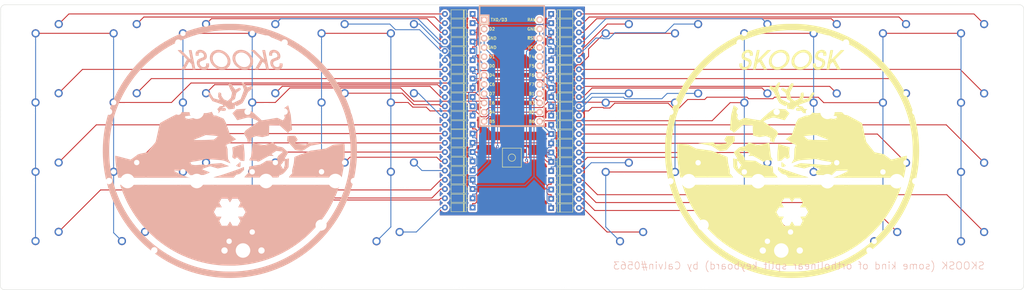
<source format=kicad_pcb>
(kicad_pcb (version 20211014) (generator pcbnew)
  (layers (0 "F.Cu" signal) (31 "B.Cu" signal) (34 "B.Paste" user) (35 "F.Paste" user) (36 "B.SilkS" user "B.Silkscreen") (37 "F.SilkS" user "F.Silkscreen") (38 "B.Mask" user) (39 "F.Mask" user) (44 "Edge.Cuts" user))
  (net 0 "")
  (net 1 "COL0")
  (net 2 "ROW0")
  (net 3 "Net-(D1-Pad2)")
  (net 4 "COL1")
  (net 5 "ROW1")
  (net 6 "Net-(D2-Pad2)")
  (net 7 "COL2")
  (net 8 "Net-(D3-Pad2)")
  (net 9 "Net-(D4-Pad2)")
  (net 10 "COL3")
  (net 11 "Net-(D5-Pad2)")
  (net 12 "Net-(D6-Pad2)")
  (net 13 "COL4")
  (net 14 "Net-(D7-Pad2)")
  (net 15 "Net-(D8-Pad2)")
  (net 16 "COL5")
  (net 17 "Net-(D9-Pad2)")
  (net 18 "Net-(D10-Pad2)")
  (net 19 "Net-(D11-Pad2)")
  (net 20 "Net-(D12-Pad2)")
  (net 21 "Net-(D13-Pad2)")
  (net 22 "Net-(D14-Pad2)")
  (net 23 "Net-(D15-Pad2)")
  (net 24 "Net-(D16-Pad2)")
  (net 25 "Net-(D17-Pad2)")
  (net 26 "Net-(D18-Pad2)")
  (net 27 "Net-(D19-Pad2)")
  (net 28 "Net-(D20-Pad2)")
  (net 29 "Net-(D21-Pad2)")
  (net 30 "Net-(D22-Pad2)")
  (net 31 "Net-(D23-Pad2)")
  (net 32 "Net-(D24-Pad2)")
  (net 33 "Net-(D25-Pad2)")
  (net 34 "Net-(D26-Pad2)")
  (net 35 "Net-(D27-Pad2)")
  (net 36 "Net-(D28-Pad2)")
  (net 37 "Net-(D29-Pad2)")
  (net 38 "Net-(D30-Pad2)")
  (net 39 "Net-(D31-Pad2)")
  (net 40 "Net-(D32-Pad2)")
  (net 41 "Net-(D33-Pad2)")
  (net 42 "Net-(D34-Pad2)")
  (net 43 "Net-(D35-Pad2)")
  (net 44 "Net-(D36-Pad2)")
  (net 45 "Net-(D37-Pad2)")
  (net 46 "Net-(D38-Pad2)")
  (net 47 "Net-(D39-Pad2)")
  (net 48 "Net-(D40-Pad2)")
  (net 49 "Net-(D41-Pad2)")
  (net 50 "Net-(D42-Pad2)")
  (net 51 "Net-(D43-Pad2)")
  (net 52 "Net-(D44-Pad2)")
  (net 53 "ROW2")
  (net 54 "ROW3")
  (net 55 "ROW4")
  (net 56 "ROW5")
  (net 57 "ROW6")
  (net 58 "ROW7")
  (net 59 "GND")
  (net 60 "Net-(SW1-Pad1)")
  (footprint "Diode_THT:D_DO-35_SOD27_P7.62mm_Horizontal" (layer "F.Cu") (at 128.27 51.562 180)
    (fp_text reference "D28" hide)
    (fp_text value "D_Small")
  )
  (footprint "MX_Only:MXOnly-1U-NoLED" (layer "F.Cu") (at 109.601 59.5122)
    (fp_text reference "MX30")
    (fp_text value "MX-NoLED")
  )
  (footprint "Keebio-Parts:ArduinoProMicro" (layer "F.Cu") (at 139.065 29.1647 -90)
    (fp_text reference "U1" hide)
    (fp_text value "ProMicro" hide)
  )
  (footprint "MX_Only:MXOnly-1U-NoLED" (layer "F.Cu") (at 71.501 40.4622)
    (fp_text reference "MX16")
    (fp_text value "MX-NoLED")
  )
  (footprint "Diode_THT:D_DO-35_SOD27_P7.62mm_Horizontal" (layer "F.Cu") (at 128.27 18.669 180)
    (fp_text reference "D3" hide)
    (fp_text value "D_Small")
  )
  (footprint "MX_Only:MXOnly-1U-NoLED" (layer "F.Cu") (at 33.401 40.4622)
    (fp_text reference "MX14")
    (fp_text value "MX-NoLED")
  )
  (footprint "MX_Only:MXOnly-1.25U-NoLED" (layer "F.Cu") (at 266.319 78.613)
    (fp_text reference "MX44")
    (fp_text value "MX-NoLED")
  )
  (footprint "MX_Only:MXOnly-1U-NoLED" (layer "F.Cu") (at 71.501 59.5122)
    (fp_text reference "MX28")
    (fp_text value "MX-NoLED")
  )
  (footprint "Diode_THT:D_DO-35_SOD27_P7.62mm_Horizontal" (layer "F.Cu") (at 128.27 31.369 180)
    (fp_text reference "D14" hide)
    (fp_text value "D_Small")
  )
  (footprint "Diode_THT:D_DO-35_SOD27_P7.62mm_Horizontal" (layer "F.Cu") (at 149.86 61.849)
    (fp_text reference "D43" hide)
    (fp_text value "D_Small")
  )
  (footprint "MX_Only:MXOnly-3U-NoLED" (layer "F.Cu") (at 172.593 78.613)
    (fp_text reference "MX41")
    (fp_text value "MX-NoLED")
  )
  (footprint "Diode_THT:D_DO-35_SOD27_P7.62mm_Horizontal" (layer "F.Cu") (at 128.27 16.129 180)
    (fp_text reference "D2" hide)
    (fp_text value "D_Small")
  )
  (footprint "Diode_THT:D_DO-35_SOD27_P7.62mm_Horizontal" (layer "F.Cu") (at 149.86 31.369)
    (fp_text reference "D23" hide)
    (fp_text value "D_Small")
  )
  (footprint "MX_Only:MXOnly-1U-NoLED" (layer "F.Cu") (at 244.856 59.563)
    (fp_text reference "MX35")
    (fp_text value "MX-NoLED")
  )
  (footprint "MX_Only:MXOnly-1.25U-NoLED" (layer "F.Cu") (at 266.319 40.513)
    (fp_text reference "MX24")
    (fp_text value "MX-NoLED")
  )
  (footprint "MX_Only:MXOnly-1.25U-NoLED" (layer "F.Cu") (at 242.443 78.613)
    (fp_text reference "MX43")
    (fp_text value "MX-NoLED")
  )
  (footprint "Diode_THT:D_DO-35_SOD27_P7.62mm_Horizontal" (layer "F.Cu") (at 128.27 26.289 180)
    (fp_text reference "D6" hide)
    (fp_text value "D_Small")
  )
  (footprint "MX_Only:MXOnly-1U-NoLED" (layer "F.Cu") (at 33.401 59.5122)
    (fp_text reference "MX26")
    (fp_text value "MX-NoLED")
  )
  (footprint "Diode_THT:D_DO-35_SOD27_P7.62mm_Horizontal" (layer "F.Cu") (at 149.86 49.149)
    (fp_text reference "D34" hide)
    (fp_text value "D_Small")
  )
  (footprint "MX_Only:MXOnly-1U-NoLED" (layer "F.Cu") (at 168.656 21.463)
    (fp_text reference "MX7")
    (fp_text value "MX-NoLED")
  )
  (footprint "random-keyboard-parts:SKQG-1155865" (layer "F.Cu") (at 139.065 53.086)
    (fp_text reference "SW1" hide)
    (fp_text value "SW_Push")
  )
  (footprint "MX_Only:MXOnly-1U-NoLED" (layer "F.Cu") (at 90.551 21.463)
    (fp_text reference "MX5")
    (fp_text value "MX-NoLED")
  )
  (footprint "Diode_THT:D_DO-35_SOD27_P7.62mm_Horizontal" (layer "F.Cu") (at 128.27 23.749 180)
    (fp_text reference "D5" hide)
    (fp_text value "D_Small")
  )
  (footprint "MX_Only:MXOnly-1U-NoLED" (layer "F.Cu") (at 52.451 40.4622)
    (fp_text reference "MX15")
    (fp_text value "MX-NoLED")
  )
  (footprint "Diode_THT:D_DO-35_SOD27_P7.62mm_Horizontal" (layer "F.Cu") (at 128.27 66.802 180)
    (fp_text reference "D40" hide)
    (fp_text value "D_Small")
  )
  (footprint "Diode_THT:D_DO-35_SOD27_P7.62mm_Horizontal" (layer "F.Cu") (at 128.27 21.209 180)
    (fp_text reference "D4" hide)
    (fp_text value "D_Small")
  )
  (footprint "Diode_THT:D_DO-35_SOD27_P7.62mm_Horizontal" (layer "F.Cu") (at 149.86 28.829)
    (fp_text reference "D24" hide)
    (fp_text value "D_Small")
  )
  (footprint "MX_Only:MXOnly-1U-NoLED" (layer "F.Cu") (at 109.601 40.4622)
    (fp_text reference "MX18")
    (fp_text value "MX-NoLED")
  )
  (footprint "MX_Only:MXOnly-1U-NoLED" (layer "F.Cu") (at 206.756 40.513)
    (fp_text reference "MX21")
    (fp_text value "MX-NoLED")
  )
  (footprint "Diode_THT:D_DO-35_SOD27_P7.62mm_Horizontal" (layer "F.Cu") (at 128.27 64.262 180)
    (fp_text reference "D39" hide)
    (fp_text value "D_Small")
  )
  (footprint "MX_Only:MXOnly-1U-NoLED" (layer "F.Cu") (at 244.856 21.463)
    (fp_text reference "MX11")
    (fp_text value "MX-NoLED")
  )
  (footprint "Diode_THT:D_DO-35_SOD27_P7.62mm_Horizontal" (layer "F.Cu") (at 128.27 49.022 180)
    (fp_text reference "D27" hide)
    (fp_text value "D_Small")
  )
  (footprint "Diode_THT:D_DO-35_SOD27_P7.62mm_Horizontal" (layer "F.Cu") (at 128.27 56.642 180)
    (fp_text reference "D30" hide)
    (fp_text value "D_Small")
  )
  (footprint "Diode_THT:D_DO-35_SOD27_P7.62mm_Horizontal" (layer "F.Cu") (at 149.86 33.909)
    (fp_text reference "D22" hide)
    (fp_text value "D_Small")
  )
  (footprint "Diode_THT:D_DO-35_SOD27_P7.62mm_Horizontal" (layer "F.Cu") (at 128.27 41.529 180)
    (fp_text reference "D18" hide)
    (fp_text value "D_Small")
  )
  (footprint "LOGO" (layer "F.Cu") (at 216.154 51.308)
    (fp_text reference "Gfront" hide)
    (fp_text value "LOGO" hide)
  )
  (footprint "MX_Only:MXOnly-3U-NoLED" (layer "F.Cu") (at 105.664 78.613)
    (fp_text reference "MX40")
    (fp_text value "MX-NoLED")
  )
  (footprint "Diode_THT:D_DO-35_SOD27_P7.62mm_Horizontal" (layer "F.Cu") (at 149.86 36.449)
    (fp_text reference "D21" hide)
    (fp_text value "D_Small")
  )
  (footprint "Diode_THT:D_DO-35_SOD27_P7.62mm_Horizontal" (layer "F.Cu") (at 149.86 44.069)
    (fp_text reference "D36" hide)
    (fp_text value "D_Small")
  )
  (footprint "MX_Only:MXOnly-1U-NoLED" (layer "F.Cu") (at 225.806 21.463)
    (fp_text reference "MX10")
    (fp_text value "MX-NoLED")
  )
  (footprint "Diode_THT:D_DO-35_SOD27_P7.62mm_Horizontal" (layer "F.Cu") (at 149.86 56.769)
    (fp_text reference "D31" hide)
    (fp_text value "D_Small")
  )
  (footprint "Diode_THT:D_DO-35_SOD27_P7.62mm_Horizontal" (layer "F.Cu") (at 149.86 54.229)
    (fp_text reference "D32" hide)
    (fp_text value "D_Small")
  )
  (footprint "MX_Only:MXOnly-1U-NoLED" (layer "F.Cu") (at 71.501 21.463)
    (fp_text reference "MX4")
    (fp_text value "MX-NoLED")
  )
  (footprint "MX_Only:MXOnly-1U-NoLED" (layer "F.Cu") (at 187.706 59.563)
    (fp_text reference "MX32")
    (fp_text value "MX-NoLED")
  )
  (footprint "MX_Only:MXOnly-1U-NoLED" (layer "F.Cu") (at 225.806 40.513)
    (fp_text reference "MX22")
    (fp_text value "MX-NoLED")
  )
  (footprint "Diode_THT:D_DO-35_SOD27_P7.62mm_Horizontal" (layer "F.Cu") (at 149.86 46.609)
    (fp_text reference "D35" hide)
    (fp_text value "D_Small")
  )
  (footprint "Diode_THT:D_DO-35_SOD27_P7.62mm_Horizontal" (layer "F.Cu") (at 149.86 13.589)
    (fp_text reference "D12" hide)
    (fp_text value "D_Small")
  )
  (footprint "MX_Only:MXOnly-1U-NoLED" (layer "F.Cu") (at 52.451 59.5122)
    (fp_text reference "MX27")
    (fp_text value "MX-NoLED")
  )
  (footprint "MX_Only:MXOnly-1.25U-NoLED" (layer "F.Cu") (at 266.319 59.563)
    (fp_text reference "MX36")
    (fp_text value "MX-NoLED")
  )
  (footprint "Diode_THT:D_DO-35_SOD27_P7.62mm_Horizontal" (layer "F.Cu") (at 149.86 21.209)
    (fp_text reference "D9" hide)
    (fp_text value "D_Small")
  )
  (footprint "MX_Only:MXOnly-1U-NoLED" (layer "F.Cu") (at 187.706 40.513)
    (fp_text reference "MX20")
    (fp_text value "MX-NoLED")
  )
  (footprint "Diode_THT:D_DO-35_SOD27_P7.62mm_Horizontal" (layer "F.Cu") (at 128.27 33.909 180)
    (fp_text reference "D15" hide)
    (fp_text value "D_Small")
  )
  (footprint "Diode_THT:D_DO-35_SOD27_P7.62mm_Horizontal" (layer "F.Cu") (at 149.86 26.289)
    (fp_text reference "D7" hide)
    (fp_text value "D_Small")
  )
  (footprint "MX_Only:MXOnly-1.25U-NoLED" (layer "F.Cu") (at 11.938 59.5122)
    (fp_text reference "MX25")
    (fp_text value "MX-NoLED")
  )
  (footprint "Diode_THT:D_DO-35_SOD27_P7.62mm_Horizontal" (layer "F.Cu") (at 149.86 51.689)
    (fp_text reference "D33" hide)
    (fp_text value "D_Small")
  )
  (footprint "Diode_THT:D_DO-35_SOD27_P7.62mm_Horizontal" (layer "F.Cu") (at 128.27 38.989 180)
    (fp_text reference "D17" hide)
    (fp_text value "D_Small")
  )
  (footprint "Diode_THT:D_DO-35_SOD27_P7.62mm_Horizontal" (layer "F.Cu") (at 128.27 36.449 180)
    (fp_text reference "D16" hide)
    (fp_text value "D_Small")
  )
  (footprint "MX_Only:MXOnly-1.25U-NoLED" (layer "F.Cu") (at 213.106 78.613)
    (fp_text reference "MX42")
    (fp_text value "MX-NoLED")
  )
  (footprint "MX_Only:MXOnly-1U-NoLED" (layer "F.Cu") (at 206.756 59.563)
    (fp_text reference "MX33")
    (fp_text value "MX-NoLED")
  )
  (footprint "MX_Only:MXOnly-1.25U-NoLED" (layer "F.Cu") (at 35.687 78.5622)
    (fp_text reference "MX38")
    (fp_text value "MX-NoLED")
  )
  (footprint "MX_Only:MXOnly-1.25U-NoLED" (layer "F.Cu") (at 11.938 40.4622)
    (fp_text reference "MX13")
    (fp_text value "MX-NoLED")
  )
  (footprint "Diode_THT:D_DO-35_SOD27_P7.62mm_Horizontal" (layer "F.Cu") (at 149.86 64.389)
    (fp_text reference "D42" hide)
    (fp_text value "D_Small")
  )
  (footprint "MX_Only:MXOnly-1U-NoLED" (layer "F.Cu") (at 109.601 21.463)
    (fp_text reference "MX6")
    (fp_text value "MX-NoLED")
  )
  (footprint "MX_Only:MXOnly-1U-NoLED" (layer "F.Cu") (at 52.451 21.463)
    (fp_text reference "MX3")
    (fp_text value "MX-NoLED")
  )
  (footprint "MX_Only:MXOnly-1U-NoLED" (layer "F.Cu") (at 33.401 21.463)
    (fp_text reference "MX2")
    (fp_text value "MX-NoLED")
  )
  (footprint "MX_Only:MXOnly-1U-NoLED" (layer "F.Cu") (at 90.551 40.4622)
    (fp_text reference "MX17")
    (fp_text value "MX-NoLED")
  )
  (footprint "Diode_THT:D_DO-35_SOD27_P7.62mm_Horizontal" (layer "F.Cu") (at 149.86 16.129)
    (fp_text reference "D11" hide)
    (fp_text value "D_Small")
  )
  (footprint "MX_Only:MXOnly-1.25U-NoLED" (layer "F.Cu") (at 11.9634 21.463)
    (fp_text reference "MX1")
    (fp_text value "MX-NoLED")
  )
  (footprint "Diode_THT:D_DO-35_SOD27_P7.62mm_Horizontal" (layer "F.Cu") (at 128.27 44.069 180)
    (fp_text reference "D25" hide)
    (fp_text value "D_Small")
  )
  (footprint "MX_Only:MXOnly-1.25U-NoLED" (layer "F.Cu") (at 11.938 78.5622)
    (fp_text reference "MX37")
    (fp_text value "MX-NoLED")
  )
  (footprint "MX_Only:MXOnly-1.25U-NoLED" (layer "F.Cu") (at 65.151 78.613)
    (fp_text reference "MX39")
    (fp_text value "MX-NoLED")
  )
  (footprint "Diode_THT:D_DO-35_SOD27_P7.62mm_Horizontal" (layer "F.Cu") (at 149.86 41.529)
    (fp_text reference "D19" hide)
    (fp_text value "D_Small")
  )
  (footprint "Diode_THT:D_DO-35_SOD27_P7.62mm_Horizontal" (layer "F.Cu") (at 149.86 23.749)
    (fp_text reference "D8" hide)
    (fp_text value "D_Small")
  )
  (footprint "MX_Only:MXOnly-1U-NoLED" (layer "F.Cu") (at 244.856 40.513)
    (fp_text reference "MX23")
    (fp_text value "MX-NoLED")
  )
  (footprint "Diode_THT:D_DO-35_SOD27_P7.62mm_Horizontal" (layer "F.Cu") (at 149.86 59.309)
    (fp_text reference "D44" hide)
    (fp_text value "D_Small")
  )
  (footprint "MX_Only:MXOnly-1U-NoLED" (layer "F.Cu") (at 206.756 21.463)
    (fp_text reference "MX9")
    (fp_text value "MX-NoLED")
  )
  (footprint "Diode_THT:D_DO-35_SOD27_P7.62mm_Horizontal" (layer "F.Cu") (at 149.86 38.989)
    (fp_text reference "D20" hide)
    (fp_text value "D_Small")
  )
  (footprint "MX_Only:MXOnly-1U-NoLED" (layer "F.Cu") (at 225.806 59.563)
    (fp_text reference "MX34")
    (fp_text value "MX-NoLED")
  )
  (footprint "Diode_THT:D_DO-35_SOD27_P7.62mm_Horizontal" (layer "F.Cu") (at 128.27 46.482 180)
    (fp_text reference "D26" hide)
    (fp_text value "D_Small")
  )
  (footprint "Diode_THT:D_DO-35_SOD27_P7.62mm_Horizontal" (layer "F.Cu") (at 128.27 13.589 180)
    (fp_text reference "D1" hide)
    (fp_text value "D_Small")
  )
  (footprint "Diode_THT:D_DO-35_SOD27_P7.62mm_Horizontal" (layer "F.Cu") (at 128.27 28.829 180)
    (fp_text reference "D13" hide)
    (fp_text value "D_Small")
  )
  (footprint "MX_Only:MXOnly-1U-NoLED" (layer "F.Cu") (at 168.656 40.513)
    (fp_text reference "MX19")
    (fp_text value "MX-NoLED")
  )
  (footprint "Diode_THT:D_DO-35_SOD27_P7.62mm_Horizontal" (layer "F.Cu") (at 128.27 54.102 180)
    (fp_text reference "D29" hide)
    (fp_text value "D_Small")
  )
  (footprint "MX_Only:MXOnly-1.25U-NoLED" (layer "F.Cu") (at 266.319 21.463)
    (fp_text reference "MX12")
    (fp_text value "MX-NoLED")
  )
  (footprint "Diode_THT:D_DO-35_SOD27_P7.62mm_Horizontal" (layer "F.Cu") (at 149.86 18.669)
    (fp_text reference "D10" hide)
    (fp_text value "D_Small")
  )
  (footprint "Diode_THT:D_DO-35_SOD27_P7.62mm_Horizontal" (layer "F.Cu") (at 149.86 66.929)
    (fp_text reference "D41" hide)
    (fp_text value "D_Small")
  )
  (footprint "MX_Only:MXOnly-1U-NoLED" (layer "F.Cu") (at 168.656 59.563)
    (fp_text reference "MX31")
    (fp_text value "MX-NoLED")
  )
  (footprint "Diode_THT:D_DO-35_SOD27_P7.62mm_Horizontal" (layer "F.Cu") (at 128.27 59.182 180)
    (fp_text reference "D37" hide)
    (fp_text value "D_Small")
  )
  (footprint "MX_Only:MXOnly-1U-NoLED" (layer "F.Cu") (at 90.551 59.5122)
    (fp_text reference "MX29")
    (fp_text value "MX-NoLED")
  )
  (footprint "MX_Only:MXOnly-1U-NoLED" (layer "F.Cu") (at 187.706 21.463)
    (fp_text reference "MX8")
    (fp_text value "MX-NoLED")
  )
  (footprint "Diode_THT:D_DO-35_SOD27_P7.62mm_Horizontal" (layer "F.Cu") (at 128.27 61.722 180)
    (fp_text reference "D38" hide)
    (fp_text value "D_Small")
  )
  (footprint "LOGO" (layer "B.Cu") (at 61.468 51.308 180)
    (fp_text reference "Gback" hide)
    (fp_text value "LOGO" hide)
  )
  (gr_line (start -1.4605 12.319) (end -1.5875 88.138) (layer "Edge.Cuts") (width 0.1))
  (gr_arc (start -1.4605 12.319) (mid -1.088526 11.420974) (end -0.1905 11.049) (layer "Edge.Cuts") (width 0.1))
  (gr_line (start 278.511 11.049) (end -0.1905 11.049) (layer "Edge.Cuts") (width 0.1))
  (gr_arc (start 278.511 11.049) (mid 279.409026 11.420974) (end 279.781 12.319) (layer "Edge.Cuts") (width 0.1))
  (gr_line (start 279.781 88.128974) (end 279.781 12.319) (layer "Edge.Cuts") (width 0.1))
  (gr_arc (start 279.781 88.128974) (mid 279.409026 89.027) (end 278.511 89.398974) (layer "Edge.Cuts") (width 0.1))
  (gr_line (start -0.3175 89.408) (end 278.511 89.398974) (layer "Edge.Cuts") (width 0.1))
  (gr_arc (start -0.3175 89.408) (mid -1.215526 89.036026) (end -1.5875 88.138) (layer "Edge.Cuts") (width 0.1))
  (gr_text "SKOOSK (some kind of ortholinear split keyboard) by Calvin#0563" (at 217.932 82.804) (layer "B.SilkS") (effects (font (size 2 2)) (justify mirror)))
  (segment (start 130.6841 36.7847) (end 129.0634 35.164) (width 0.25) (layer "F.Cu") (net 1))
  (segment (start 8.1534 18.923) (end 29.591 18.923) (width 0.25) (layer "F.Cu") (net 1))
  (segment (start 145.415 36.7847) (end 130.6841 36.7847) (width 0.25) (layer "F.Cu") (net 1))
  (segment (start 146.685 38.0547) (end 145.415 36.7847) (width 0.25) (layer "F.Cu") (net 1))
  (segment (start 125.309 35.164) (end 122.7268 32.5818) (width 0.25) (layer "F.Cu") (net 1))
  (segment (start 122.7268 32.5818) (end 50.8454 32.5818) (width 0.25) (layer "F.Cu") (net 1))
  (segment (start 50.8454 32.5818) (end 45.505 37.9222) (width 0.25) (layer "F.Cu") (net 1))
  (segment (start 129.0634 35.164) (end 125.309 35.164) (width 0.25) (layer "F.Cu") (net 1))
  (segment (start 45.505 37.9222) (end 29.591 37.9222) (width 0.25) (layer "F.Cu") (net 1))
  (segment (start 29.591 56.9722) (end 29.591 37.9222) (width 0.25) (layer "B.Cu") (net 1))
  (segment (start 29.591 18.923) (end 29.591 37.9222) (width 0.25) (layer "B.Cu") (net 1))
  (segment (start 31.877 76.0222) (end 29.591 73.7362) (width 0.25) (layer "B.Cu") (net 1))
  (segment (start 29.591 73.7362) (end 29.591 56.9722) (width 0.25) (layer "B.Cu") (net 1))
  (segment (start 8.1534 18.923) (end 8.1534 37.8968) (width 0.25) (layer "B.Cu") (net 1))
  (segment (start 8.1534 37.8968) (end 8.128 37.9222) (width 0.25) (layer "B.Cu") (net 1))
  (segment (start 8.128 76.0222) (end 8.128 56.9722) (width 0.25) (layer "B.Cu") (net 1))
  (segment (start 8.128 37.9222) (end 8.128 56.9722) (width 0.25) (layer "B.Cu") (net 1))
  (segment (start 128.27 18.669) (end 129.3951 18.669) (width 0.25) (layer "F.Cu") (net 2))
  (segment (start 128.27 13.589) (end 128.27 14.7141) (width 0.25) (layer "F.Cu") (net 2))
  (segment (start 128.9732 22.6239) (end 128.27 22.6239) (width 0.25) (layer "F.Cu") (net 2))
  (segment (start 149.86 21.209) (end 149.86 20.0839) (width 0.25) (layer "F.Cu") (net 2))
  (segment (start 128.27 23.749) (end 128.27 22.6239) (width 0.25) (layer "F.Cu") (net 2))
  (segment (start 148.3992 16.5201) (end 148.3992 19.3263) (width 0.25) (layer "F.Cu") (net 2))
  (segment (start 148.3992 16.4647) (end 148.3992 16.5201) (width 0.25) (layer "F.Cu") (net 2))
  (segment (start 129.3951 15.3571) (end 130.6135 16.5755) (width 0.25) (layer "F.Cu") (net 2))
  (segment (start 128.9933 14.7141) (end 129.3951 15.1159) (width 0.25) (layer "F.Cu") (net 2))
  (segment (start 128.27 14.7141) (end 128.9933 14.7141) (width 0.25) (layer "F.Cu") (net 2))
  (segment (start 149.86 16.129) (end 148.7349 16.129) (width 0.25) (layer "F.Cu") (net 2))
  (segment (start 148.7349 16.129) (end 148.3992 16.4647) (width 0.25) (layer "F.Cu") (net 2))
  (segment (start 148.3992 19.3263) (end 149.1568 20.0839) (width 0.25) (layer "F.Cu") (net 2))
  (segment (start 129.3951 22.202) (end 128.9732 22.6239) (width 0.25) (layer "F.Cu") (net 2))
  (segment (start 129.3951 15.1159) (end 129.3951 15.3571) (width 0.25) (layer "F.Cu") (net 2))
  (segment (start 149.1568 20.0839) (end 149.86 20.0839) (width 0.25) (layer "F.Cu") (net 2))
  (segment (start 130.6689 16.5201) (end 148.3992 16.5201) (width 0.25) (layer "F.Cu") (net 2))
  (segment (start 130.6135 16.5755) (end 129.3951 17.7939) (width 0.25) (layer "F.Cu") (net 2))
  (segment (start 129.3951 18.669) (end 129.3951 22.202) (width 0.25) (layer "F.Cu") (net 2))
  (segment (start 129.3951 17.7939) (end 129.3951 18.669) (width 0.25) (layer "F.Cu") (net 2))
  (segment (start 130.6135 16.5755) (end 130.6689 16.5201) (width 0.25) (layer "F.Cu") (net 2))
  (segment (start 150.9851 24.742) (end 150.5632 25.1639) (width 0.25) (layer "B.Cu") (net 2))
  (segment (start 148.2907 26.289) (end 146.685 27.8947) (width 0.25) (layer "B.Cu") (net 2))
  (segment (start 149.86 26.289) (end 148.2907 26.289) (width 0.25) (layer "B.Cu") (net 2))
  (segment (start 150.5632 25.1639) (end 149.86 25.1639) (width 0.25) (layer "B.Cu") (net 2))
  (segment (start 149.86 21.209) (end 150.9851 22.3341) (width 0.25) (layer "B.Cu") (net 2))
  (segment (start 149.86 26.289) (end 149.86 25.1639) (width 0.25) (layer "B.Cu") (net 2))
  (segment (start 150.9851 22.3341) (end 150.9851 24.742) (width 0.25) (layer "B.Cu") (net 2))
  (segment (start 120.65 13.589) (end 17.2974 13.589) (width 0.25) (layer "F.Cu") (net 3))
  (segment (start 17.2974 13.589) (end 14.5034 16.383) (width 0.25) (layer "F.Cu") (net 3))
  (segment (start 67.691 37.9222) (end 74.041 37.9222) (width 0.25) (layer "F.Cu") (net 4))
  (segment (start 130.9645 37.5742) (end 131.445 38.0547) (width 0.25) (layer "F.Cu") (net 4))
  (segment (start 48.641 18.923) (end 67.691 18.923) (width 0.25) (layer "F.Cu") (net 4))
  (segment (start 112.1112 37.5742) (end 130.9645 37.5742) (width 0.25) (layer "F.Cu") (net 4))
  (segment (start 74.041 37.9222) (end 78.0311 33.9321) (width 0.25) (layer "F.Cu") (net 4))
  (segment (start 108.4691 33.9321) (end 112.1112 37.5742) (width 0.25) (layer "F.Cu") (net 4))
  (segment (start 78.0311 33.9321) (end 108.4691 33.9321) (width 0.25) (layer "F.Cu") (net 4))
  (segment (start 61.341 76.073) (end 67.691 69.723) (width 0.25) (layer "B.Cu") (net 4))
  (segment (start 48.641 56.9722) (end 48.641 37.9222) (width 0.25) (layer "B.Cu") (net 4))
  (segment (start 67.691 56.9722) (end 67.691 37.9222) (width 0.25) (layer "B.Cu") (net 4))
  (segment (start 67.691 18.923) (end 67.691 37.9222) (width 0.25) (layer "B.Cu") (net 4))
  (segment (start 48.641 18.923) (end 48.641 37.9222) (width 0.25) (layer "B.Cu") (net 4))
  (segment (start 67.691 69.723) (end 67.691 56.9722) (width 0.25) (layer "B.Cu") (net 4))
  (segment (start 148.7349 22.202) (end 148.7349 20.216) (width 0.25) (layer "B.Cu") (net 5))
  (segment (start 149.86 18.669) (end 149.86 19.7941) (width 0.25) (layer "B.Cu") (net 5))
  (segment (start 149.86 18.669) (end 149.86 17.5439) (width 0.25) (layer "B.Cu") (net 5))
  (segment (start 129.3951 22.8053) (end 129.3951 24.7137) (width 0.25) (layer "B.Cu") (net 5))
  (segment (start 149.1568 19.7941) (end 149.86 19.7941) (width 0.25) (layer "B.Cu") (net 5))
  (segment (start 149.86 23.749) (end 149.86 22.6239) (width 0.25) (layer "B.Cu") (net 5))
  (segment (start 148.7349 15.136) (end 148.7349 16.4647) (width 0.25) (layer "B.Cu") (net 5))
  (segment (start 129.2655 24.8716) (end 128.9732 25.1639) (width 0.25) (layer "B.Cu") (net 5))
  (segment (start 128.27 21.7715) (end 128.3157 21.7258) (width 0.25) (layer "B.Cu") (net 5))
  (segment (start 128.3157 21.7258) (end 129.3951 22.8053) (width 0.25) (layer "B.Cu") (net 5))
  (segment (start 128.27 16.129) (end 129.3951 16.129) (width 0.25) (layer "B.Cu") (net 5))
  (segment (start 149.86 14.7141) (end 149.1568 14.7141) (width 0.25) (layer "B.Cu") (net 5))
  (segment (start 149.1568 14.7141) (end 148.7349 15.136) (width 0.25) (layer "B.Cu") (net 5))
  (segment (start 149.86 22.6239) (end 149.1568 22.6239) (width 0.25) (layer "B.Cu") (net 5))
  (segment (start 128.9732 25.1639) (end 128.27 25.1639) (width 0.25) (layer "B.Cu") (net 5))
  (segment (start 149.1568 22.6239) (end 148.7349 22.202) (width 0.25) (layer "B.Cu") (net 5))
  (segment (start 129.3951 24.7137) (end 129.2655 24.8433) (width 0.25) (layer "B.Cu") (net 5))
  (segment (start 148.7349 16.4647) (end 148.7349 17.122) (width 0.25) (layer "B.Cu") (net 5))
  (segment (start 148.7349 20.216) (end 149.1568 19.7941) (width 0.25) (layer "B.Cu") (net 5))
  (segment (start 149.1568 17.5439) (end 149.86 17.5439) (width 0.25) (layer "B.Cu") (net 5))
  (segment (start 148.7349 16.4647) (end 129.7308 16.4647) (width 0.25) (layer "B.Cu") (net 5))
  (segment (start 129.2655 24.8433) (end 129.2655 24.8716) (width 0.25) (layer "B.Cu") (net 5))
  (segment (start 149.86 13.589) (end 149.86 14.7141) (width 0.25) (layer "B.Cu") (net 5))
  (segment (start 148.7349 17.122) (end 149.1568 17.5439) (width 0.25) (layer "B.Cu") (net 5))
  (segment (start 129.7308 20.3107) (end 129.7308 16.4647) (width 0.25) (layer "B.Cu") (net 5))
  (segment (start 131.445 27.6357) (end 131.445 27.8947) (width 0.25) (layer "B.Cu") (net 5))
  (segment (start 128.27 21.209) (end 128.27 21.7715) (width 0.25) (layer "B.Cu") (net 5))
  (segment (start 128.9732 25.1639) (end 131.445 27.6357) (width 0.25) (layer "B.Cu") (net 5))
  (segment (start 129.7308 16.4647) (end 129.3951 16.129) (width 0.25) (layer "B.Cu") (net 5))
  (segment (start 128.27 26.289) (end 128.27 25.1639) (width 0.25) (layer "B.Cu") (net 5))
  (segment (start 128.3157 21.7258) (end 129.7308 20.3107) (width 0.25) (layer "B.Cu") (net 5))
  (segment (start 37.8819 14.4421) (end 35.941 16.383) (width 0.25) (layer "F.Cu") (net 6))
  (segment (start 119.5249 16.129) (end 117.838 14.4421) (width 0.25) (layer "F.Cu") (net 6))
  (segment (start 117.838 14.4421) (end 37.8819 14.4421) (width 0.25) (layer "F.Cu") (net 6))
  (segment (start 120.65 16.129) (end 119.5249 16.129) (width 0.25) (layer "F.Cu") (net 6))
  (segment (start 111.8136 39.214) (end 115.5351 39.214) (width 0.25) (layer "F.Cu") (net 7))
  (segment (start 133.2462 40.5947) (end 146.685 40.5947) (width 0.25) (layer "F.Cu") (net 7))
  (segment (start 86.741 18.923) (end 105.791 18.923) (width 0.25) (layer "F.Cu") (net 7))
  (segment (start 115.5351 39.214) (end 116.5651 40.244) (width 0.25) (layer "F.Cu") (net 7))
  (segment (start 116.5651 40.244) (end 129.0634 40.244) (width 0.25) (layer "F.Cu") (net 7))
  (segment (start 129.0634 40.244) (end 130.6758 41.8564) (width 0.25) (layer "F.Cu") (net 7))
  (segment (start 130.6758 41.8564) (end 131.9845 41.8564) (width 0.25) (layer "F.Cu") (net 7))
  (segment (start 110.5218 37.9222) (end 111.8136 39.214) (width 0.25) (layer "F.Cu") (net 7))
  (segment (start 105.791 37.9222) (end 110.5218 37.9222) (width 0.25) (layer "F.Cu") (net 7))
  (segment (start 131.9845 41.8564) (end 133.2462 40.5947) (width 0.25) (layer "F.Cu") (net 7))
  (segment (start 105.791 18.923) (end 105.791 37.9222) (width 0.25) (layer "B.Cu") (net 7))
  (segment (start 105.791 37.9222) (end 105.791 56.9722) (width 0.25) (layer "B.Cu") (net 7))
  (segment (start 86.741 37.9222) (end 86.741 18.923) (width 0.25) (layer "B.Cu") (net 7))
  (segment (start 86.741 56.9722) (end 86.741 37.9222) (width 0.25) (layer "B.Cu") (net 7))
  (segment (start 105.791 56.9722) (end 105.791 72.136) (width 0.25) (layer "B.Cu") (net 7))
  (segment (start 105.791 72.136) (end 101.854 76.073) (width 0.25) (layer "B.Cu") (net 7))
  (segment (start 119.5249 18.669) (end 115.7482 14.8923) (width 0.25) (layer "F.Cu") (net 8))
  (segment (start 120.65 18.669) (end 119.5249 18.669) (width 0.25) (layer "F.Cu") (net 8))
  (segment (start 115.7482 14.8923) (end 56.4817 14.8923) (width 0.25) (layer "F.Cu") (net 8))
  (segment (start 56.4817 14.8923) (end 54.991 16.383) (width 0.25) (layer "F.Cu") (net 8))
  (segment (start 120.65 21.209) (end 119.5249 21.209) (width 0.25) (layer "B.Cu") (net 9))
  (segment (start 119.5249 21.209) (end 113.2072 14.8913) (width 0.25) (layer "B.Cu") (net 9))
  (segment (start 75.5327 14.8913) (end 74.041 16.383) (width 0.25) (layer "B.Cu") (net 9))
  (segment (start 113.2072 14.8913) (end 75.5327 14.8913) (width 0.25) (layer "B.Cu") (net 9))
  (segment (start 147.4199 39.3247) (end 132.715 39.3247) (width 0.25) (layer "F.Cu") (net 10))
  (segment (start 132.715 39.3247) (end 131.445 40.5947) (width 0.25) (layer "F.Cu") (net 10))
  (segment (start 183.896 18.923) (end 164.846 18.923) (width 0.25) (layer "F.Cu") (net 10))
  (segment (start 164.846 37.973) (end 165.1275 37.6915) (width 0.25) (layer "F.Cu") (net 10))
  (segment (start 156.3139 28.3439) (end 156.3139 37.8638) (width 0.25) (layer "F.Cu") (net 10))
  (segment (start 156.3139 37.8638) (end 148.8808 37.8638) (width 0.25) (layer "F.Cu") (net 10))
  (segment (start 148.8808 37.8638) (end 147.4199 39.3247) (width 0.25) (layer "F.Cu") (net 10))
  (segment (start 164.4187 18.923) (end 160.1399 23.2018) (width 0.25) (layer "F.Cu") (net 10))
  (segment (start 164.846 57.023) (end 183.896 57.023) (width 0.25) (layer "F.Cu") (net 10))
  (segment (start 164.846 37.973) (end 164.7368 37.8638) (width 0.25) (layer "F.Cu") (net 10))
  (segment (start 157.843 27.559) (end 157.0988 27.559) (width 0.25) (layer "F.Cu") (net 10))
  (segment (start 164.846 18.923) (end 164.4187 18.923) (width 0.25) (layer "F.Cu") (net 10))
  (segment (start 165.1275 37.6915) (end 183.6145 37.6915) (width 0.25) (layer "F.Cu") (net 10))
  (segment (start 160.1399 23.2018) (end 160.1399 25.2621) (width 0.25) (layer "F.Cu") (net 10))
  (segment (start 160.1399 25.2621) (end 157.843 27.559) (width 0.25) (layer "F.Cu") (net 10))
  (segment (start 164.7368 37.8638) (end 156.3139 37.8638) (width 0.25) (layer "F.Cu") (net 10))
  (segment (start 183.6145 37.6915) (end 183.896 37.973) (width 0.25) (layer "F.Cu") (net 10))
  (segment (start 157.0988 27.559) (end 156.3139 28.3439) (width 0.25) (layer "F.Cu") (net 10))
  (segment (start 164.846 57.023) (end 164.846 72.136) (width 0.25) (layer "B.Cu") (net 10))
  (segment (start 183.896 37.973) (end 183.896 57.023) (width 0.25) (layer "B.Cu") (net 10))
  (segment (start 164.846 72.136) (end 168.783 76.073) (width 0.25) (layer "B.Cu") (net 10))
  (segment (start 113.6991 17.9232) (end 107.0544 17.9232) (width 0.25) (layer "B.Cu") (net 11))
  (segment (start 107.0544 17.9232) (end 105.5142 16.383) (width 0.25) (layer "B.Cu") (net 11))
  (segment (start 120.65 23.749) (end 119.5249 23.749) (width 0.25) (layer "B.Cu") (net 11))
  (segment (start 119.5249 23.749) (end 113.6991 17.9232) (width 0.25) (layer "B.Cu") (net 11))
  (segment (start 105.5142 16.383) (end 93.091 16.383) (width 0.25) (layer "B.Cu") (net 11))
  (segment (start 120.9313 25.1639) (end 121.8035 24.2917) (width 0.25) (layer "B.Cu") (net 12))
  (segment (start 121.8035 24.2917) (end 121.8035 23.2988) (width 0.25) (layer "B.Cu") (net 12))
  (segment (start 113.6541 16.383) (end 112.141 16.383) (width 0.25) (layer "B.Cu") (net 12))
  (segment (start 119.8949 22.6238) (end 113.6541 16.383) (width 0.25) (layer "B.Cu") (net 12))
  (segment (start 121.8035 23.2988) (end 121.1285 22.6238) (width 0.25) (layer "B.Cu") (net 12))
  (segment (start 120.65 25.1639) (end 120.9313 25.1639) (width 0.25) (layer "B.Cu") (net 12))
  (segment (start 120.65 26.289) (end 120.65 25.1639) (width 0.25) (layer "B.Cu") (net 12))
  (segment (start 121.1285 22.6238) (end 119.8949 22.6238) (width 0.25) (layer "B.Cu") (net 12))
  (segment (start 194.0925 42.9438) (end 146.8759 42.9438) (width 0.25) (layer "F.Cu") (net 13))
  (segment (start 221.996 18.923) (end 202.946 18.923) (width 0.25) (layer "F.Cu") (net 13))
  (segment (start 146.8759 42.9438) (end 146.685 43.1347) (width 0.25) (layer "F.Cu") (net 13))
  (segment (start 199.0633 37.973) (end 194.0925 42.9438) (width 0.25) (layer "F.Cu") (net 13))
  (segment (start 202.946 37.973) (end 199.0633 37.973) (width 0.25) (layer "F.Cu") (net 13))
  (segment (start 202.946 18.923) (end 202.946 37.973) (width 0.25) (layer "B.Cu") (net 13))
  (segment (start 209.296 76.073) (end 202.946 69.723) (width 0.25) (layer "B.Cu") (net 13))
  (segment (start 202.946 57.023) (end 202.946 37.973) (width 0.25) (layer "B.Cu") (net 13))
  (segment (start 221.996 37.973) (end 221.996 57.023) (width 0.25) (layer "B.Cu") (net 13))
  (segment (start 221.996 18.923) (end 221.996 37.973) (width 0.25) (layer "B.Cu") (net 13))
  (segment (start 202.946 69.723) (end 202.946 57.023) (width 0.25) (layer "B.Cu") (net 13))
  (segment (start 165.2891 16.383) (end 171.196 16.383) (width 0.25) (layer "F.Cu") (net 14))
  (segment (start 157.48 25.1639) (end 157.7614 25.1639) (width 0.25) (layer "F.Cu") (net 14))
  (segment (start 158.6051 23.067) (end 165.2891 16.383) (width 0.25) (layer "F.Cu") (net 14))
  (segment (start 157.48 26.289) (end 157.48 25.1639) (width 0.25) (layer "F.Cu") (net 14))
  (segment (start 157.7614 25.1639) (end 158.6051 24.3202) (width 0.25) (layer "F.Cu") (net 14))
  (segment (start 158.6051 24.3202) (end 158.6051 23.067) (width 0.25) (layer "F.Cu") (net 14))
  (segment (start 181.2492 18.7524) (end 183.6186 16.383) (width 0.25) (layer "B.Cu") (net 15))
  (segment (start 167.3868 18.7524) (end 181.2492 18.7524) (width 0.25) (layer "B.Cu") (net 15))
  (segment (start 183.6186 16.383) (end 190.246 16.383) (width 0.25) (layer "B.Cu") (net 15))
  (segment (start 165.7512 20.388) (end 167.3868 18.7524) (width 0.25) (layer "B.Cu") (net 15))
  (segment (start 164.0434 20.233) (end 164.1984 20.388) (width 0.25) (layer "B.Cu") (net 15))
  (segment (start 158.6051 23.749) (end 162.1211 20.233) (width 0.25) (layer "B.Cu") (net 15))
  (segment (start 162.1211 20.233) (end 164.0434 20.233) (width 0.25) (layer "B.Cu") (net 15))
  (segment (start 157.48 23.749) (end 158.6051 23.749) (width 0.25) (layer "B.Cu") (net 15))
  (segment (start 164.1984 20.388) (end 165.7512 20.388) (width 0.25) (layer "B.Cu") (net 15))
  (segment (start 165.984 39.453) (end 164.2752 39.453) (width 0.25) (layer "F.Cu") (net 16))
  (segment (start 192.0555 37.0945) (end 187.3925 37.0945) (width 0.25) (layer "F.Cu") (net 16))
  (segment (start 241.046 37.973) (end 224.7646 37.973) (width 0.25) (layer "F.Cu") (net 16))
  (segment (start 203.7052 36.4862) (end 192.6638 36.4862) (width 0.25) (layer "F.Cu") (net 16))
  (segment (start 223.2836 36.492) (end 211.2188 36.492) (width 0.25) (layer "F.Cu") (net 16))
  (segment (start 167.2953 38.1417) (end 165.984 39.453) (width 0.25) (layer "F.Cu") (net 16))
  (segment (start 132.7835 41.7962) (end 131.445 43.1347) (width 0.25) (layer "F.Cu") (net 16))
  (segment (start 211.2188 36.492) (end 210.8224 36.8884) (width 0.25) (layer "F.Cu") (net 16))
  (segment (start 224.7646 37.973) (end 223.2836 36.492) (width 0.25) (layer "F.Cu") (net 16))
  (segment (start 147.5145 41.7962) (end 132.7835 41.7962) (width 0.25) (layer "F.Cu") (net 16))
  (segment (start 204.1074 36.8884) (end 203.7052 36.4862) (width 0.25) (layer "F.Cu") (net 16))
  (segment (start 192.6638 36.4862) (end 192.0555 37.0945) (width 0.25) (layer "F.Cu") (net 16))
  (segment (start 183.3252 39.453) (end 182.0139 38.1417) (width 0.25) (layer "F.Cu") (net 16))
  (segment (start 185.034 39.453) (end 183.3252 39.453) (width 0.25) (layer "F.Cu") (net 16))
  (segment (start 241.046 18.923) (end 262.509 18.923) (width 0.25) (layer "F.Cu") (net 16))
  (segment (start 164.1081 39.2859) (end 161.0828 39.2859) (width 0.25) (layer "F.Cu") (net 16))
  (segment (start 164.2752 39.453) (end 164.1081 39.2859) (width 0.25) (layer "F.Cu") (net 16))
  (segment (start 161.0828 39.2859) (end 160.1246 40.2441) (width 0.25) (layer "F.Cu") (net 16))
  (segment (start 187.3925 37.0945) (end 185.034 39.453) (width 0.25) (layer "F.Cu") (net 16))
  (segment (start 210.8224 36.8884) (end 204.1074 36.8884) (width 0.25) (layer "F.Cu") (net 16))
  (segment (start 182.0139 38.1417) (end 167.2953 38.1417) (width 0.25) (layer "F.Cu") (net 16))
  (segment (start 160.1246 40.2441) (end 149.0666 40.2441) (width 0.25) (layer "F.Cu") (net 16))
  (segment (start 149.0666 40.2441) (end 147.5145 41.7962) (width 0.25) (layer "F.Cu") (net 16))
  (segment (start 262.509 18.923) (end 262.509 37.973) (width 0.25) (layer "B.Cu") (net 16))
  (segment (start 262.509 37.973) (end 262.509 57.023) (width 0.25) (layer "B.Cu") (net 16))
  (segment (start 241.046 37.973) (end 241.046 57.023) (width 0.25) (layer "B.Cu") (net 16))
  (segment (start 241.046 73.66) (end 241.046 57.023) (width 0.25) (layer "B.Cu") (net 16))
  (segment (start 238.633 76.073) (end 241.046 73.66) (width 0.25) (layer "B.Cu") (net 16))
  (segment (start 262.509 57.023) (end 262.509 76.073) (width 0.25) (layer "B.Cu") (net 16))
  (segment (start 241.046 18.923) (end 241.046 37.973) (width 0.25) (layer "B.Cu") (net 16))
  (segment (start 158.6051 21.209) (end 164.9228 14.8913) (width 0.25) (layer "B.Cu") (net 17))
  (segment (start 207.8043 14.8913) (end 209.296 16.383) (width 0.25) (layer "B.Cu") (net 17))
  (segment (start 157.48 21.209) (end 158.6051 21.209) (width 0.25) (layer "B.Cu") (net 17))
  (segment (start 164.9228 14.8913) (end 207.8043 14.8913) (width 0.25) (layer "B.Cu") (net 17))
  (segment (start 226.8543 14.8913) (end 228.346 16.383) (width 0.25) (layer "F.Cu") (net 18))
  (segment (start 158.6051 18.669) (end 162.3828 14.8913) (width 0.25) (layer "F.Cu") (net 18))
  (segment (start 162.3828 14.8913) (end 226.8543 14.8913) (width 0.25) (layer "F.Cu") (net 18))
  (segment (start 157.48 18.669) (end 158.6051 18.669) (width 0.25) (layer "F.Cu") (net 18))
  (segment (start 160.3002 14.4339) (end 245.4469 14.4339) (width 0.25) (layer "F.Cu") (net 19))
  (segment (start 245.4469 14.4339) (end 247.396 16.383) (width 0.25) (layer "F.Cu") (net 19))
  (segment (start 157.48 16.129) (end 158.6051 16.129) (width 0.25) (layer "F.Cu") (net 19))
  (segment (start 158.6051 16.129) (end 160.3002 14.4339) (width 0.25) (layer "F.Cu") (net 19))
  (segment (start 266.065 13.589) (end 268.859 16.383) (width 0.25) (layer "F.Cu") (net 20))
  (segment (start 157.48 13.589) (end 266.065 13.589) (width 0.25) (layer "F.Cu") (net 20))
  (segment (start 21.0312 28.829) (end 14.478 35.3822) (width 0.25) (layer "F.Cu") (net 21))
  (segment (start 120.65 28.829) (end 21.0312 28.829) (width 0.25) (layer "F.Cu") (net 21))
  (segment (start 120.65 31.369) (end 39.9542 31.369) (width 0.25) (layer "F.Cu") (net 22))
  (segment (start 39.9542 31.369) (end 35.941 35.3822) (width 0.25) (layer "F.Cu") (net 22))
  (segment (start 118.6478 33.0319) (end 57.3413 33.0319) (width 0.25) (layer "F.Cu") (net 23))
  (segment (start 57.3413 33.0319) (end 54.991 35.3822) (width 0.25) (layer "F.Cu") (net 23))
  (segment (start 120.65 33.909) (end 119.5249 33.909) (width 0.25) (layer "F.Cu") (net 23))
  (segment (start 119.5249 33.909) (end 118.6478 33.0319) (width 0.25) (layer "F.Cu") (net 23))
  (segment (start 116.5579 33.482) (end 75.9412 33.482) (width 0.25) (layer "F.Cu") (net 24))
  (segment (start 120.65 36.449) (end 119.5249 36.449) (width 0.25) (layer "F.Cu") (net 24))
  (segment (start 119.5249 36.449) (end 116.5579 33.482) (width 0.25) (layer "F.Cu") (net 24))
  (segment (start 75.9412 33.482) (end 74.041 35.3822) (width 0.25) (layer "F.Cu") (net 24))
  (segment (start 108.9644 35.3822) (end 93.091 35.3822) (width 0.25) (layer "F.Cu") (net 25))
  (segment (start 119.0749 38.539) (end 112.1212 38.539) (width 0.25) (layer "F.Cu") (net 25))
  (segment (start 119.5249 38.989) (end 119.0749 38.539) (width 0.25) (layer "F.Cu") (net 25))
  (segment (start 120.65 38.989) (end 119.5249 38.989) (width 0.25) (layer "F.Cu") (net 25))
  (segment (start 112.1212 38.539) (end 108.9644 35.3822) (width 0.25) (layer "F.Cu") (net 25))
  (segment (start 120.65 41.529) (end 119.5249 41.529) (width 0.25) (layer "B.Cu") (net 26))
  (segment (start 119.5249 41.529) (end 113.3781 35.3822) (width 0.25) (layer "B.Cu") (net 26))
  (segment (start 113.3781 35.3822) (end 112.141 35.3822) (width 0.25) (layer "B.Cu") (net 26))
  (segment (start 157.48 40.4039) (end 157.1987 40.4039) (width 0.25) (layer "B.Cu") (net 27))
  (segment (start 156.3311 39.5363) (end 156.3311 38.5183) (width 0.25) (layer "B.Cu") (net 27))
  (segment (start 160.8912 35.433) (end 171.196 35.433) (width 0.25) (layer "B.Cu") (net 27))
  (segment (start 157.1987 40.4039) (end 156.3311 39.5363) (width 0.25) (layer "B.Cu") (net 27))
  (segment (start 157.1304 37.719) (end 158.6052 37.719) (width 0.25) (layer "B.Cu") (net 27))
  (segment (start 158.6052 37.719) (end 160.8912 35.433) (width 0.25) (layer "B.Cu") (net 27))
  (segment (start 157.48 41.529) (end 157.48 40.4039) (width 0.25) (layer "B.Cu") (net 27))
  (segment (start 156.3311 38.5183) (end 157.1304 37.719) (width 0.25) (layer "B.Cu") (net 27))
  (segment (start 157.48 38.989) (end 158.6051 38.989) (width 0.25) (layer "B.Cu") (net 28))
  (segment (start 169.7611 36.4908) (end 170.1594 36.8891) (width 0.25) (layer "B.Cu") (net 28))
  (segment (start 170.1594 36.8891) (end 180.3009 36.8891) (width 0.25) (layer "B.Cu") (net 28))
  (segment (start 180.3009 36.8891) (end 181.757 35.433) (width 0.25) (layer "B.Cu") (net 28))
  (segment (start 161.1033 36.4908) (end 169.7611 36.4908) (width 0.25) (layer "B.Cu") (net 28))
  (segment (start 181.757 35.433) (end 190.246 35.433) (width 0.25) (layer "B.Cu") (net 28))
  (segment (start 158.6051 38.989) (end 161.1033 36.4908) (width 0.25) (layer "B.Cu") (net 28))
  (segment (start 161.0956 33.9585) (end 207.8215 33.9585) (width 0.25) (layer "F.Cu") (net 29))
  (segment (start 207.8215 33.9585) (end 209.296 35.433) (width 0.25) (layer "F.Cu") (net 29))
  (segment (start 158.6051 36.449) (end 161.0956 33.9585) (width 0.25) (layer "F.Cu") (net 29))
  (segment (start 157.48 36.449) (end 158.6051 36.449) (width 0.25) (layer "F.Cu") (net 29))
  (segment (start 159.0143 33.4998) (end 226.4128 33.4998) (width 0.25) (layer "F.Cu") (net 30))
  (segment (start 158.6051 33.909) (end 159.0143 33.4998) (width 0.25) (layer "F.Cu") (net 30))
  (segment (start 226.4128 33.4998) (end 228.346 35.433) (width 0.25) (layer "F.Cu") (net 30))
  (segment (start 157.48 33.909) (end 158.6051 33.909) (width 0.25) (layer "F.Cu") (net 30))
  (segment (start 243.332 31.369) (end 247.396 35.433) (width 0.25) (layer "F.Cu") (net 31))
  (segment (start 157.48 31.369) (end 243.332 31.369) (width 0.25) (layer "F.Cu") (net 31))
  (segment (start 157.48 28.829) (end 262.255 28.829) (width 0.25) (layer "F.Cu") (net 32))
  (segment (start 262.255 28.829) (end 268.859 35.433) (width 0.25) (layer "F.Cu") (net 32))
  (segment (start 120.65 44.069) (end 24.8412 44.069) (width 0.25) (layer "F.Cu") (net 33))
  (segment (start 24.8412 44.069) (end 14.478 54.4322) (width 0.25) (layer "F.Cu") (net 33))
  (segment (start 35.941 54.4322) (end 43.8912 46.482) (width 0.25) (layer "F.Cu") (net 34))
  (segment (start 43.8912 46.482) (end 120.65 46.482) (width 0.25) (layer "F.Cu") (net 34))
  (segment (start 60.4012 49.022) (end 54.991 54.4322) (width 0.25) (layer "F.Cu") (net 35))
  (segment (start 120.65 49.022) (end 60.4012 49.022) (width 0.25) (layer "F.Cu") (net 35))
  (segment (start 76.9112 51.562) (end 74.041 54.4322) (width 0.25) (layer "F.Cu") (net 36))
  (segment (start 120.65 51.562) (end 76.9112 51.562) (width 0.25) (layer "F.Cu") (net 36))
  (segment (start 118.404 52.9811) (end 94.5421 52.9811) (width 0.25) (layer "F.Cu") (net 37))
  (segment (start 120.65 54.102) (end 119.5249 54.102) (width 0.25) (layer "F.Cu") (net 37))
  (segment (start 119.5249 54.102) (end 118.404 52.9811) (width 0.25) (layer "F.Cu") (net 37))
  (segment (start 94.5421 52.9811) (end 93.091 54.4322) (width 0.25) (layer "F.Cu") (net 37))
  (segment (start 114.3508 56.642) (end 112.141 54.4322) (width 0.25) (layer "B.Cu") (net 38))
  (segment (start 120.65 56.642) (end 114.3508 56.642) (width 0.25) (layer "B.Cu") (net 38))
  (segment (start 160.8911 54.483) (end 171.196 54.483) (width 0.25) (layer "B.Cu") (net 39))
  (segment (start 158.6051 56.769) (end 160.8911 54.483) (width 0.25) (layer "B.Cu") (net 39))
  (segment (start 157.48 56.769) (end 158.6051 56.769) (width 0.25) (layer "B.Cu") (net 39))
  (segment (start 188.7638 53.0008) (end 190.246 54.483) (width 0.25) (layer "F.Cu") (net 40))
  (segment (start 157.48 54.229) (end 158.6051 54.229) (width 0.25) (layer "F.Cu") (net 40))
  (segment (start 158.6051 54.229) (end 159.8333 53.0008) (width 0.25) (layer "F.Cu") (net 40))
  (segment (start 159.8333 53.0008) (end 188.7638 53.0008) (width 0.25) (layer "F.Cu") (net 40))
  (segment (start 206.502 51.689) (end 209.296 54.483) (width 0.25) (layer "F.Cu") (net 41))
  (segment (start 157.48 51.689) (end 206.502 51.689) (width 0.25) (layer "F.Cu") (net 41))
  (segment (start 157.48 49.149) (end 223.012 49.149) (width 0.25) (layer "F.Cu") (net 42))
  (segment (start 223.012 49.149) (end 228.346 54.483) (width 0.25) (layer "F.Cu") (net 42))
  (segment (start 239.522 46.609) (end 247.396 54.483) (width 0.25) (layer "F.Cu") (net 43))
  (segment (start 157.48 46.609) (end 239.522 46.609) (width 0.25) (layer "F.Cu") (net 43))
  (segment (start 258.445 44.069) (end 268.859 54.483) (width 0.25) (layer "F.Cu") (net 44))
  (segment (start 157.48 44.069) (end 258.445 44.069) (width 0.25) (layer "F.Cu") (net 44))
  (segment (start 14.478 73.4822) (end 25.9968 61.9634) (width 0.25) (layer "F.Cu") (net 45))
  (segment (start 116.7435 61.9634) (end 119.5249 59.182) (width 0.25) (layer "F.Cu") (net 45))
  (segment (start 120.65 59.182) (end 119.5249 59.182) (width 0.25) (layer "F.Cu") (net 45))
  (segment (start 25.9968 61.9634) (end 116.7435 61.9634) (width 0.25) (layer "F.Cu") (net 45))
  (segment (start 120.65 61.722) (end 119.5249 61.722) (width 0.25) (layer "F.Cu") (net 46))
  (segment (start 38.227 73.4822) (end 47.5238 64.1854) (width 0.25) (layer "F.Cu") (net 46))
  (segment (start 47.5238 64.1854) (end 117.0615 64.1854) (width 0.25) (layer "F.Cu") (net 46))
  (segment (start 117.0615 64.1854) (end 119.5249 61.722) (width 0.25) (layer "F.Cu") (net 46))
  (segment (start 120.65 64.262) (end 119.5249 64.262) (width 0.25) (layer "F.Cu") (net 47))
  (segment (start 76.4956 64.7284) (end 67.691 73.533) (width 0.25) (layer "F.Cu") (net 47))
  (segment (start 119.5249 64.262) (end 119.0585 64.7284) (width 0.25) (layer "F.Cu") (net 47))
  (segment (start 119.0585 64.7284) (end 76.4956 64.7284) (width 0.25) (layer "F.Cu") (net 47))
  (segment (start 120.65 66.802) (end 119.5249 66.802) (width 0.25) (layer "B.Cu") (net 48))
  (segment (start 112.7939 73.533) (end 108.204 73.533) (width 0.25) (layer "B.Cu") (net 48))
  (segment (start 119.5249 66.802) (end 112.7939 73.533) (width 0.25) (layer "B.Cu") (net 48))
  (segment (start 165.2091 73.533) (end 175.133 73.533) (width 0.25) (layer "F.Cu") (net 49))
  (segment (start 158.6051 66.929) (end 165.2091 73.533) (width 0.25) (layer "F.Cu") (net 49))
  (segment (start 157.48 66.929) (end 158.6051 66.929) (width 0.25) (layer "F.Cu") (net 49))
  (segment (start 161.8292 67.6131) (end 158.6051 64.389) (width 0.25) (layer "F.Cu") (net 50))
  (segment (start 215.646 73.533) (end 209.7261 67.6131) (width 0.25) (layer "F.Cu") (net 50))
  (segment (start 209.7261 67.6131) (end 161.8292 67.6131) (width 0.25) (layer "F.Cu") (net 50))
  (segment (start 157.48 64.389) (end 158.6051 64.389) (width 0.25) (layer "F.Cu") (net 50))
  (segment (start 158.6051 61.849) (end 162.1934 65.4373) (width 0.25) (layer "F.Cu") (net 51))
  (segment (start 157.48 61.849) (end 158.6051 61.849) (width 0.25) (layer "F.Cu") (net 51))
  (segment (start 162.1934 65.4373) (end 236.8873 65.4373) (width 0.25) (layer "F.Cu") (net 51))
  (segment (start 236.8873 65.4373) (end 244.983 73.533) (width 0.25) (layer "F.Cu") (net 51))
  (segment (start 258.5985 63.2725) (end 162.5686 63.2725) (width 0.25) (layer "F.Cu") (net 52))
  (segment (start 268.859 73.533) (end 258.5985 63.2725) (width 0.25) (layer "F.Cu") (net 52))
  (segment (start 157.48 59.309) (end 158.6051 59.309) (width 0.25) (layer "F.Cu") (net 52))
  (segment (start 162.5686 63.2725) (end 158.6051 59.309) (width 0.25) (layer "F.Cu") (net 52))
  (segment (start 149.86 31.369) (end 148.7349 31.369) (width 0.25) (layer "F.Cu") (net 53))
  (segment (start 146.685 30.4347) (end 147.8006 30.4347) (width 0.25) (layer "F.Cu") (net 53))
  (segment (start 145.415 29.1647) (end 146.685 30.4347) (width 0.25) (layer "F.Cu") (net 53))
  (segment (start 128.27 28.829) (end 129.3951 28.829) (width 0.25) (layer "F.Cu") (net 53))
  (segment (start 129.7308 29.1647) (end 145.415 29.1647) (width 0.25) (layer "F.Cu") (net 53))
  (segment (start 147.8006 30.4347) (end 148.7349 31.369) (width 0.25) (layer "F.Cu") (net 53))
  (segment (start 129.3951 28.829) (end 129.7308 29.1647) (width 0.25) (layer "F.Cu") (net 53))
  (segment (start 128.27 29.9541) (end 128.9732 29.9541) (width 0.25) (layer "B.Cu") (net 53))
  (segment (start 150.9851 32.916) (end 150.5632 32.4941) (width 0.25) (layer "B.Cu") (net 53))
  (segment (start 127.5668 35.0341) (end 128.27 35.0341) (width 0.25) (layer "B.Cu") (net 53))
  (segment (start 150.5632 32.4941) (end 149.86 32.4941) (width 0.25) (layer "B.Cu") (net 53))
  (segment (start 150.5632 40.4039) (end 150.9852 39.9819) (width 0.25) (layer "B.Cu") (net 53))
  (segment (start 149.86 31.369) (end 149.86 32.4941) (width 0.25) (layer "B.Cu") (net 53))
  (segment (start 128.9732 29.9541) (end 129.3951 30.376) (width 0.25) (layer "B.Cu") (net 53))
  (segment (start 129.3951 30.376) (end 129.3951 32.362) (width 0.25) (layer "B.Cu") (net 53))
  (segment (start 128.27 33.909) (end 128.27 32.7839) (width 0.25) (layer "B.Cu") (net 53))
  (segment (start 149.86 41.529) (end 149.86 40.4039) (width 0.25) (layer "B.Cu") (net 53))
  (segment (start 149.86 40.4039) (end 150.5632 40.4039) (width 0.25) (layer "B.Cu") (net 53))
  (segment (start 150.9851 34.902) (end 150.9851 32.916) (width 0.25) (layer "B.Cu") (net 53))
  (segment (start 128.9732 32.7839) (end 128.27 32.7839) (width 0.25) (layer "B.Cu") (net 53))
  (segment (start 129.3951 32.362) (end 128.9732 32.7839) (width 0.25) (layer "B.Cu") (net 53))
  (segment (start 150.9852 39.9819) (end 150.9852 37.5742) (width 0.25) (layer "B.Cu") (net 53))
  (segment (start 128.27 38.989) (end 127.1449 37.8639) (width 0.25) (layer "B.Cu") (net 53))
  (segment (start 150.9852 37.5742) (end 149.86 36.449) (width 0.25) (layer "B.Cu") (net 53))
  (segment (start 127.1449 37.8639) (end 127.1449 35.456) (width 0.25) (layer "B.Cu") (net 53))
  (segment (start 149.86 35.3239) (end 150.5632 35.3239) (width 0.25) (layer "B.Cu") (net 53))
  (segment (start 127.1449 35.456) (end 127.5668 35.0341) (width 0.25) (layer "B.Cu") (net 53))
  (segment (start 150.5632 35.3239) (end 150.9851 34.902) (width 0.25) (layer "B.Cu") (net 53))
  (segment (start 128.27 28.829) (end 128.27 29.9541) (width 0.25) (layer "B.Cu") (net 53))
  (segment (start 128.27 33.909) (end 128.27 35.0341) (width 0.25) (layer "B.Cu") (net 53))
  (segment (start 149.86 36.449) (end 149.86 35.3239) (width 0.25) (layer "B.Cu") (net 53))
  (segment (start 128.27 31.369) (end 129.3951 31.369) (width 0.25) (layer "F.Cu") (net 54))
  (segment (start 148.7349 33.2937) (end 147.1459 31.7047) (width 0.25) (layer "F.Cu") (net 54))
  (segment (start 148.7349 33.909) (end 148.7349 33.2937) (width 0.25) (layer "F.Cu") (net 54))
  (segment (start 132.715 31.7047) (end 131.445 30.4347) (width 0.25) (layer "F.Cu") (net 54))
  (segment (start 129.3951 31.369) (end 130.5107 31.369) (width 0.25) (layer "F.Cu") (net 54))
  (segment (start 130.5107 31.369) (end 131.445 30.4347) (width 0.25) (layer "F.Cu") (net 54))
  (segment (start 149.86 33.909) (end 148.7349 33.909) (width 0.25) (layer "F.Cu") (net 54))
  (segment (start 147.1459 31.7047) (end 132.715 31.7047) (width 0.25) (layer "F.Cu") (net 54))
  (segment (start 129.3951 39.982) (end 128.9732 40.4039) (width 0.25) (layer "B.Cu") (net 54))
  (segment (start 129.3951 37.996) (end 129.3951 39.982) (width 0.25) (layer "B.Cu") (net 54))
  (segment (start 149.86 28.829) (end 149.86 29.9541) (width 0.25) (layer "B.Cu") (net 54))
  (segment (start 130.1065 34.4814) (end 128.27 36.3179) (width 0.25) (layer "B.Cu") (net 54))
  (segment (start 148.7348 37.4419) (end 148.7348 35.0342) (width 0.25) (layer "B.Cu") (net 54))
  (segment (start 128.9732 40.4039) (end 128.27 40.4039) (width 0.25) (layer "B.Cu") (net 54))
  (segment (start 148.7348 35.0342) (end 149.86 33.909) (width 0.25) (layer "B.Cu") (net 54))
  (segment (start 148.7349 32.7839) (end 148.7349 30.376) (width 0.25) (layer "B.Cu") (net 54))
  (segment (start 128.27 36.3179) (end 128.27 36.449) (width 0.25) (layer "B.Cu") (net 54))
  (segment (start 148.7349 30.376) (end 149.1568 29.9541) (width 0.25) (layer "B.Cu") (net 54))
  (segment (start 149.86 37.8639) (end 149.1568 37.8639) (width 0.25) (layer "B.Cu") (net 54))
  (segment (start 131.445 30.4347) (end 130.1065 31.7732) (width 0.25) (layer "B.Cu") (net 54))
  (segment (start 130.1065 31.7732) (end 130.1065 34.4814) (width 0.25) (layer "B.Cu") (net 54))
  (segment (start 128.27 37.5741) (end 128.9732 37.5741) (width 0.25) (layer "B.Cu") (net 54))
  (segment (start 128.27 36.449) (end 128.27 37.0115) (width 0.25) (layer "B.Cu") (net 54))
  (segment (start 128.9732 37.5741) (end 129.3951 37.996) (width 0.25) (layer "B.Cu") (net 54))
  (segment (start 149.86 33.909) (end 148.7349 32.7839) (width 0.25) (layer "B.Cu") (net 54))
  (segment (start 149.1568 37.8639) (end 148.7348 37.4419) (width 0.25) (layer "B.Cu") (net 54))
  (segment (start 149.1568 29.9541) (end 149.86 29.9541) (width 0.25) (layer "B.Cu") (net 54))
  (segment (start 128.27 41.529) (end 128.27 40.4039) (width 0.25) (layer "B.Cu") (net 54))
  (segment (start 128.27 37.0115) (end 128.27 37.5741) (width 0.25) (layer "B.Cu") (net 54))
  (segment (start 149.86 38.989) (end 149.86 37.8639) (width 0.25) (layer "B.Cu") (net 54))
  (segment (start 149.86 46.609) (end 148.7349 46.609) (width 0.25) (layer "F.Cu") (net 55))
  (segment (start 148.7349 46.609) (end 146.3219 49.022) (width 0.25) (layer "F.Cu") (net 55))
  (segment (start 129.4088 45.5503) (end 129.0526 45.1941) (width 0.25) (layer "F.Cu") (net 55))
  (segment (start 129.4088 49.022) (end 129.4088 45.5503) (width 0.25) (layer "F.Cu") (net 55))
  (segment (start 146.3219 49.022) (end 129.4088 49.022) (width 0.25) (layer "F.Cu") (net 55))
  (segment (start 149.86 51.689) (end 148.7349 51.689) (width 0.25) (layer "F.Cu") (net 55))
  (segment (start 128.27 44.069) (end 128.27 45.1941) (width 0.25) (layer "F.Cu") (net 55))
  (segment (start 129.0526 45.1941) (end 128.27 45.1941) (width 0.25) (layer "F.Cu") (net 55))
  (segment (start 129.4088 49.022) (end 128.27 49.022) (width 0.25) (layer "F.Cu") (net 55))
  (segment (start 146.3219 49.022) (end 148.7349 51.435) (width 0.25) (layer "F.Cu") (net 55))
  (segment (start 148.7349 51.435) (end 148.7349 51.689) (width 0.25) (layer "F.Cu") (net 55))
  (segment (start 128.27 54.102) (end 128.27 52.9769) (width 0.25) (layer "B.Cu") (net 55))
  (segment (start 150.9851 55.222) (end 150.5632 55.6439) (width 0.25) (layer "B.Cu") (net 55))
  (segment (start 127.5668 52.9769) (end 127.1449 52.555) (width 0.25) (layer "B.Cu") (net 55))
  (segment (start 149.86 46.609) (end 148.0235 44.7725) (width 0.25) (layer "B.Cu") (net 55))
  (segment (start 148.0235 34.3132) (end 146.685 32.9747) (width 0.25) (layer "B.Cu") (net 55))
  (segment (start 150.5632 55.6439) (end 149.86 55.6439) (width 0.25) (layer "B.Cu") (net 55))
  (segment (start 148.0235 44.7725) (end 148.0235 34.3132) (width 0.25) (layer "B.Cu") (net 55))
  (segment (start 127.1449 52.555) (end 127.1449 50.569) (width 0.25) (layer "B.Cu") (net 55))
  (segment (start 128.27 49.022) (end 128.27 50.1471) (width 0.25) (layer "B.Cu") (net 55))
  (segment (start 149.86 56.769) (end 149.86 55.6439) (width 0.25) (layer "B.Cu") (net 55))
  (segment (start 149.86 51.689) (end 150.9851 52.8141) (width 0.25) (layer "B.Cu") (net 55))
  (segment (start 127.1449 50.569) (end 127.5668 50.1471) (width 0.25) (layer "B.Cu") (net 55))
  (segment (start 128.27 52.9769) (end 127.5668 52.9769) (width 0.25) (layer "B.Cu") (net 55))
  (segment (start 127.5668 50.1471) (end 128.27 50.1471) (width 0.25) (layer "B.Cu") (net 55))
  (segment (start 150.9851 52.8141) (end 150.9851 55.222) (width 0.25) (layer "B.Cu") (net 55))
  (segment (start 128.27 51.562) (end 129.3951 51.562) (width 0.25) (layer "F.Cu") (net 56))
  (segment (start 149.86 54.229) (end 148.7349 54.229) (width 0.25) (layer "F.Cu") (net 56))
  (segment (start 147.4733 52.9674) (end 130.8005 52.9674) (width 0.25) (layer "F.Cu") (net 56))
  (segment (start 130.8005 52.9674) (end 129.3951 51.562) (width 0.25) (layer "F.Cu") (net 56))
  (segment (start 148.7349 54.229) (end 147.4733 52.9674) (width 0.25) (layer "F.Cu") (net 56))
  (segment (start 149.86 49.149) (end 149.86 50.2741) (width 0.25) (layer "B.Cu") (net 56))
  (segment (start 130.1065 35.118) (end 131.445 33.7795) (width 0.25) (layer "B.Cu") (net 56))
  (segment (start 128.27 47.6071) (end 128.9732 47.6071) (width 0.25) (layer "B.Cu") (net 56))
  (segment (start 128.9732 47.6071) (end 129.3952 48.0291) (width 0.25) (layer "B.Cu") (net 56))
  (segment (start 128.27 56.642) (end 128.27 55.5169) (width 0.25) (layer "B.Cu") (net 56))
  (segment (start 149.86 44.069) (end 149.86 45.1941) (width 0.25) (layer "B.Cu") (net 56))
  (segment (start 128.27 51.562) (end 129.3951 52.6871) (width 0.25) (layer "B.Cu") (net 56))
  (segment (start 148.7349 52.682) (end 148.7349 50.696) (width 0.25) (layer "B.Cu") (net 56))
  (segment (start 150.9851 47.602) (end 150.5632 48.0239) (width 0.25) (layer "B.Cu") (net 56))
  (segment (start 149.86 54.229) (end 149.86 53.1039) (width 0.25) (layer "B.Cu") (net 56))
  (segment (start 129.3952 48.0291) (end 129.3952 50.4368) (width 0.25) (layer "B.Cu") (net 56))
  (segment (start 150.9851 45.616) (end 150.9851 47.602) (width 0.25) (layer "B.Cu") (net 56))
  (segment (start 129.3951 52.6871) (end 129.3951 55.095) (width 0.25) (layer "B.Cu") (net 56))
  (segment (start 128.27 47.0445) (end 130.1065 45.208) (width 0.25) (layer "B.Cu") (net 56))
  (segment (start 129.3952 50.4368) (end 128.27 51.562) (width 0.25) (layer "B.Cu") (net 56))
  (segment (start 148.7349 50.696) (end 149.1568 50.2741) (width 0.25) (layer "B.Cu") (net 56))
  (segment (start 149.86 49.149) (end 149.86 48.0239) (width 0.25) (layer "B.Cu") (net 56))
  (segment (start 128.27 47.0445) (end 128.27 47.6071) (width 0.25) (layer "B.Cu") (net 56))
  (segment (start 128.9732 55.5169) (end 128.27 55.5169) (width 0.25) (layer "B.Cu") (net 56))
  (segment (start 128.27 46.482) (end 128.27 47.0445) (width 0.25) (layer "B.Cu") (net 56))
  (segment (start 149.1568 53.1039) (end 148.7349 52.682) (width 0.25) (layer "B.Cu") (net 56))
  (segment (start 130.1065 45.208) (end 130.1065 35.118) (width 0.25) (layer "B.Cu") (net 56))
  (segment (start 131.445 33.7795) (end 131.445 32.9747) (width 0.25) (layer "B.Cu") (net 56))
  (segment (start 149.86 53.1039) (end 149.1568 53.1039) (width 0.25) (layer "B.Cu") (net 56))
  (segment (start 150.5632 48.0239) (end 149.86 48.0239) (width 0.25) (layer "B.Cu") (net 56))
  (segment (start 149.86 45.1941) (end 150.5632 45.1941) (width 0.25) (layer "B.Cu") (net 56))
  (segment (start 150.5632 45.1941) (end 150.9851 45.616) (width 0.25) (layer "B.Cu") (net 56))
  (segment (start 129.3951 55.095) (end 128.9732 55.5169) (width 0.25) (layer "B.Cu") (net 56))
  (segment (start 149.1568 50.2741) (end 149.86 50.2741) (width 0.25) (layer "B.Cu") (net 56))
  (segment (start 145.1489 58.263) (end 148.7349 61.849) (width 0.25) (layer "B.Cu") (net 57))
  (segment (start 128.27 64.262) (end 128.27 63.1369) (width 0.25) (layer "B.Cu") (net 57))
  (segment (start 149.86 66.929) (end 149.86 65.8039) (width 0.25) (layer "B.Cu") (net 57))
  (segment (start 128.9732 63.1369) (end 128.27 63.1369) (width 0.25) (layer "B.Cu") (net 57))
  (segment (start 145.1489 58.263) (end 145.1489 37.0508) (width 0.25) (layer "B.Cu") (net 57))
  (segment (start 142.6828 60.7291) (end 145.1489 58.263) (width 0.25) (layer "B.Cu") (net 57))
  (segment (start 129.3952 60.7291) (end 129.3952 62.7149) (width 0.25) (layer "B.Cu") (net 57))
  (segment (start 145.1489 37.0508) (end 146.685 35.5147) (width 0.25) (layer "B.Cu") (net 57))
  (segment (start 128.9732 60.3071) (end 129.3952 60.7291) (width 0.25) (layer "B.Cu") (net 57))
  (segment (start 129.3952 60.7291) (end 142.6828 60.7291) (width 0.25) (layer "B.Cu") (net 57))
  (segment (start 128.27 59.182) (end 128.27 60.3071) (width 0.25) (layer "B.Cu") (net 57))
  (segment (start 128.27 60.3071) (end 128.9732 60.3071) (width 0.25) (layer "B.Cu") (net 57))
  (segment (start 149.1568 65.8039) (end 148.7349 65.382) (width 0.25) (layer "B.Cu") (net 57))
  (segment (start 148.7349 65.382) (end 148.7349 61.849) (width 0.25) (layer "B.Cu") (net 57))
  (segment (start 149.86 65.8039) (end 149.1568 65.8039) (width 0.25) (layer "B.Cu") (net 57))
  (segment (start 149.86 61.849) (end 148.7349 61.849) (width 0.25) (layer "B.Cu") (net 57))
  (segment (start 129.3952 62.7149) (end 128.9732 63.1369) (width 0.25) (layer "B.Cu") (net 57))
  (segment (start 128.27 66.802) (end 128.27 65.6769) (width 0.25) (layer "F.Cu") (net 58))
  (segment (start 148.6886 61.722) (end 129.3951 61.722) (width 0.25) (layer "F.Cu") (net 58))
  (segment (start 149.86 64.389) (end 149.86 63.2639) (width 0.25) (layer "F.Cu") (net 58))
  (segment (start 149.1568 63.2639) (end 149.86 63.2639) (width 0.25) (layer "F.Cu") (net 58))
  (segment (start 129.3951 61.722) (end 129.3951 65.255) (width 0.25) (layer "F.Cu") (net 58))
  (segment (start 149.1568 60.4341) (end 148.6886 60.9023) (width 0.25) (layer "F.Cu") (net 58))
  (segment (start 129.3951 65.255) (end 128.9732 65.6769) (width 0.25) (layer "F.Cu") (net 58))
  (segment (start 148.6886 62.7957) (end 149.1568 63.2639) (width 0.25) (layer "F.Cu") (net 58))
  (segment (start 128.9732 65.6769) (end 128.27 65.6769) (width 0.25) (layer "F.Cu") (net 58))
  (segment (start 128.27 61.722) (end 129.3951 61.722) (width 0.25) (layer "F.Cu") (net 58))
  (segment (start 148.6886 60.9023) (end 148.6886 61.722) (width 0.25) (layer "F.Cu") (net 58))
  (segment (start 149.86 60.4341) (end 149.1568 60.4341) (width 0.25) (layer "F.Cu") (net 58))
  (segment (start 148.6886 61.722) (end 148.6886 62.7957) (width 0.25) (layer "F.Cu") (net 58))
  (segment (start 149.86 59.309) (end 149.86 60.4341) (width 0.25) (layer "F.Cu") (net 58))
  (segment (start 127.1448 58.1834) (end 127.2714 58.0568) (width 0.25) (layer "B.Cu") (net 58))
  (segment (start 128.9389 58.0568) (end 132.6998 54.2959) (width 0.25) (layer "B.Cu") (net 58))
  (segment (start 132.6998 36.7695) (end 131.445 35.5147) (width 0.25) (layer "B.Cu") (net 58))
  (segment (start 127.2714 58.0568) (end 128.9389 58.0568) (width 0.25) (layer "B.Cu") (net 58))
  (segment (start 132.6998 54.2959) (end 132.6998 36.7695) (width 0.25) (layer "B.Cu") (net 58))
  (segment (start 127.1448 60.5968) (end 127.1448 58.1834) (width 0.25) (layer "B.Cu") (net 58))
  (segment (start 128.27 61.722) (end 127.1448 60.5968) (width 0.25) (layer "B.Cu") (net 58))
  (segment (start 135.965 51.236) (end 134.7399 51.236) (width 0.25) (layer "F.Cu") (net 59))
  (segment (start 134.7399 50.4382) (end 135.1326 50.0455) (width 0.25) (layer "F.Cu") (net 59))
  (segment (start 134.7399 51.236) (end 134.7399 50.4382) (width 0.25) (layer "F.Cu") (net 59))
  (via (at 135.1326 50.0455) (size 0.8) (drill 0.4) (layers "F.Cu" "B.Cu") (net 59))
  (segment (start 131.445 20.2747) (end 131.445 22.8147) (width 0.25) (layer "B.Cu") (net 59))
  (segment (start 135.1326 26.5023) (end 135.1326 50.0455) (width 0.25) (layer "B.Cu") (net 59))
  (segment (start 131.445 22.8147) (end 135.1326 26.5023) (width 0.25) (layer "B.Cu") (net 59))
  (segment (start 142.165 54.936) (end 143.3901 54.936) (width 0.25) (layer "F.Cu") (net 60))
  (segment (start 143.3901 54.936) (end 143.3901 54.1044) (width 0.25) (layer "F.Cu") (net 60))
  (segment (start 143.3901 54.1044) (end 143.0642 53.7785) (width 0.25) (layer "F.Cu") (net 60))
  (via (at 143.0642 53.7785) (size 0.8) (drill 0.4) (layers "F.Cu" "B.Cu") (net 60))
  (segment (start 143.0642 23.8955) (end 143.0642 53.7785) (width 0.25) (layer "B.Cu") (net 60))
  (segment (start 146.685 20.2747) (end 146.685 17.7347) (width 0.25) (layer "B.Cu") (net 60))
  (segment (start 146.685 20.2747) (end 143.0642 23.8955) (width 0.25) (layer "B.Cu") (net 60))
  (zone (net 0) (net_name "") (layers F&B.Cu) (connect_pads (clearance 0.508)) (min_thickness 0.254) (fill yes (thermal_gap 0.508) (thermal_bridge_width 0.508))
    (polygon (pts (xy 159.131 68.961) (xy 119.253 68.961) (xy 119.126 10.16) (xy 159.131 10.033)))
  )
)
</source>
